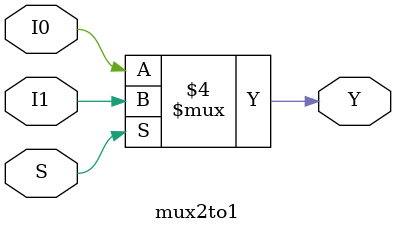
<source format=v>
module mux2to1(I0,I1,S,Y);
input I0,I1;
input S;
output Y;
reg Y;
always@(S or I0 or I1)
begin
	if(S==1'b0)
		Y=I0;
	else
		Y=I1;
end
endmodule




</source>
